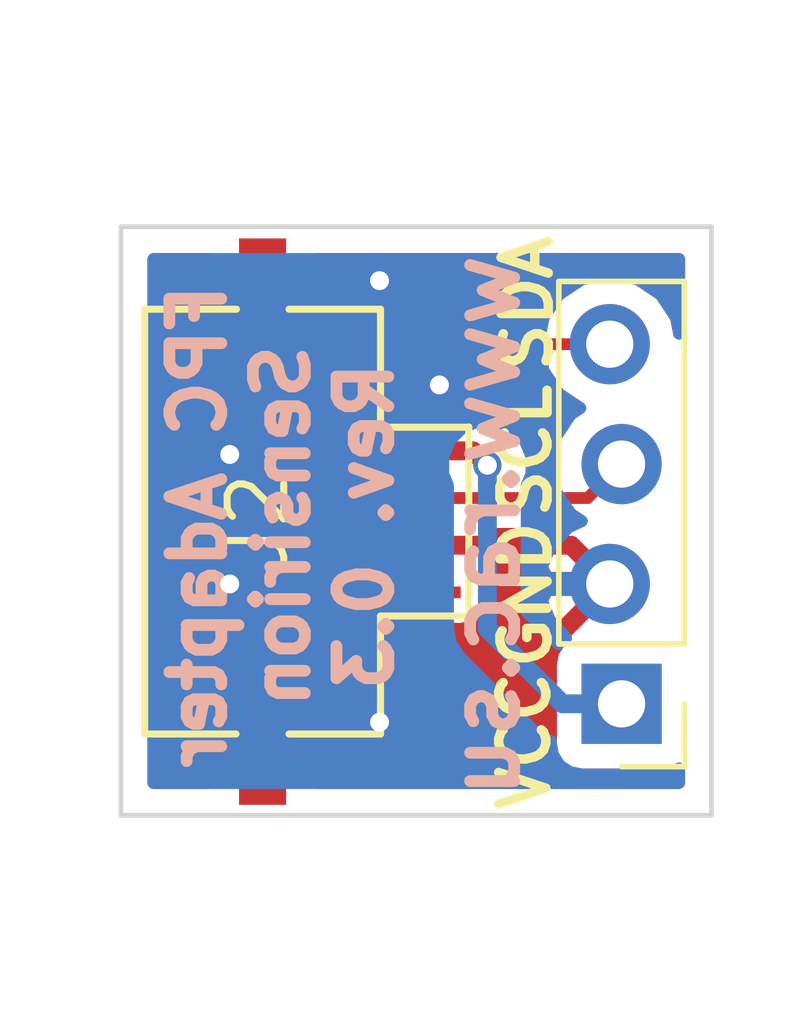
<source format=kicad_pcb>
(kicad_pcb (version 4) (host pcbnew 4.0.7-e2-6376~60~ubuntu17.10.1)

  (general
    (links 6)
    (no_connects 0)
    (area 142.443999 98.705184 155.066226 111.276664)
    (thickness 1.6)
    (drawings 10)
    (tracks 35)
    (zones 0)
    (modules 2)
    (nets 5)
  )

  (page A4)
  (title_block
    (title "FPC to DIP Breadboard adapter - China I2C")
    (date 2018-04-25)
    (rev 0.3)
    (company "GDG Zürich")
  )

  (layers
    (0 F.Cu signal)
    (31 B.Cu signal)
    (32 B.Adhes user)
    (33 F.Adhes user)
    (34 B.Paste user)
    (35 F.Paste user)
    (36 B.SilkS user)
    (37 F.SilkS user)
    (38 B.Mask user)
    (39 F.Mask user)
    (40 Dwgs.User user)
    (41 Cmts.User user)
    (42 Eco1.User user)
    (43 Eco2.User user)
    (44 Edge.Cuts user)
    (45 Margin user)
    (46 B.CrtYd user)
    (47 F.CrtYd user)
    (48 B.Fab user)
    (49 F.Fab user)
  )

  (setup
    (last_trace_width 0.25)
    (trace_clearance 0.2)
    (zone_clearance 0.508)
    (zone_45_only no)
    (trace_min 0.2)
    (segment_width 0.2)
    (edge_width 0.1)
    (via_size 0.6)
    (via_drill 0.4)
    (via_min_size 0.4)
    (via_min_drill 0.3)
    (uvia_size 0.3)
    (uvia_drill 0.1)
    (uvias_allowed no)
    (uvia_min_size 0.2)
    (uvia_min_drill 0.1)
    (pcb_text_width 0.3)
    (pcb_text_size 1.5 1.5)
    (mod_edge_width 0.15)
    (mod_text_size 1 1)
    (mod_text_width 0.15)
    (pad_size 3.5 1)
    (pad_drill 0)
    (pad_to_mask_clearance 0)
    (aux_axis_origin 0 0)
    (visible_elements FFFFFF7F)
    (pcbplotparams
      (layerselection 0x00030_80000001)
      (usegerberextensions false)
      (excludeedgelayer true)
      (linewidth 0.100000)
      (plotframeref false)
      (viasonmask false)
      (mode 1)
      (useauxorigin false)
      (hpglpennumber 1)
      (hpglpenspeed 20)
      (hpglpendiameter 15)
      (hpglpenoverlay 2)
      (psnegative false)
      (psa4output false)
      (plotreference true)
      (plotvalue true)
      (plotinvisibletext false)
      (padsonsilk false)
      (subtractmaskfromsilk false)
      (outputformat 1)
      (mirror false)
      (drillshape 1)
      (scaleselection 1)
      (outputdirectory production/))
  )

  (net 0 "")
  (net 1 /VCC)
  (net 2 /SCL)
  (net 3 /GND)
  (net 4 /SDA)

  (net_class Default "This is the default net class."
    (clearance 0.2)
    (trace_width 0.25)
    (via_dia 0.6)
    (via_drill 0.4)
    (uvia_dia 0.3)
    (uvia_drill 0.1)
    (add_net /SCL)
    (add_net /SDA)
  )

  (net_class /GND ""
    (clearance 0.2)
    (trace_width 0.4)
    (via_dia 0.6)
    (via_drill 0.4)
    (uvia_dia 0.3)
    (uvia_drill 0.1)
    (add_net /GND)
  )

  (net_class /VCC ""
    (clearance 0.2)
    (trace_width 0.4)
    (via_dia 0.6)
    (via_drill 0.4)
    (uvia_dia 0.3)
    (uvia_drill 0.1)
    (add_net /VCC)
  )

  (module Pin_Headers:Pin_Header_Straight_1x04_Pitch2.54mm (layer F.Cu) (tedit 5ADF720A) (tstamp 5AD13054)
    (at 153.1112 108.8644 180)
    (descr "Through hole straight pin header, 1x04, 2.54mm pitch, single row")
    (tags "Through hole pin header THT 1x04 2.54mm single row")
    (path /5AD10660)
    (fp_text reference J1 (at -0.0508 -2.7178 270) (layer F.SilkS) hide
      (effects (font (size 1 1) (thickness 0.15)))
    )
    (fp_text value "Breadboard holes" (at -3.0226 3.7846 270) (layer F.Fab)
      (effects (font (size 1 1) (thickness 0.15)))
    )
    (fp_line (start -0.635 -1.27) (end 1.27 -1.27) (layer F.Fab) (width 0.1))
    (fp_line (start 1.27 -1.27) (end 1.27 8.89) (layer F.Fab) (width 0.1))
    (fp_line (start 1.27 8.89) (end -1.27 8.89) (layer F.Fab) (width 0.1))
    (fp_line (start -1.27 8.89) (end -1.27 -0.635) (layer F.Fab) (width 0.1))
    (fp_line (start -1.27 -0.635) (end -0.635 -1.27) (layer F.Fab) (width 0.1))
    (fp_line (start -1.33 8.95) (end 1.33 8.95) (layer F.SilkS) (width 0.12))
    (fp_line (start -1.33 1.27) (end -1.33 8.95) (layer F.SilkS) (width 0.12))
    (fp_line (start 1.33 1.27) (end 1.33 8.95) (layer F.SilkS) (width 0.12))
    (fp_line (start -1.33 1.27) (end 1.33 1.27) (layer F.SilkS) (width 0.12))
    (fp_line (start -1.33 0) (end -1.33 -1.33) (layer F.SilkS) (width 0.12))
    (fp_line (start -1.33 -1.33) (end 0 -1.33) (layer F.SilkS) (width 0.12))
    (fp_line (start -1.8 -1.8) (end -1.8 9.4) (layer F.CrtYd) (width 0.05))
    (fp_line (start -1.8 9.4) (end 1.8 9.4) (layer F.CrtYd) (width 0.05))
    (fp_line (start 1.8 9.4) (end 1.8 -1.8) (layer F.CrtYd) (width 0.05))
    (fp_line (start 1.8 -1.8) (end -1.8 -1.8) (layer F.CrtYd) (width 0.05))
    (fp_text user %R (at 0 3.81 270) (layer F.Fab)
      (effects (font (size 1 1) (thickness 0.15)))
    )
    (pad 1 thru_hole rect (at 0 0 180) (size 1.7 1.7) (drill 1) (layers *.Cu *.Mask)
      (net 1 /VCC))
    (pad 2 thru_hole oval (at 0.25 2.54 180) (size 1.7 1.7) (drill 1) (layers *.Cu *.Mask)
      (net 3 /GND))
    (pad 3 thru_hole oval (at 0 5.08 180) (size 1.7 1.7) (drill 1) (layers *.Cu *.Mask)
      (net 2 /SCL))
    (pad 4 thru_hole oval (at 0.25 7.62 180) (size 1.7 1.7) (drill 1) (layers *.Cu *.Mask)
      (net 4 /SDA))
    (model ${KISYS3DMOD}/Pin_Headers.3dshapes/Pin_Header_Straight_1x04_Pitch2.54mm.wrl
      (at (xyz 0 0 0))
      (scale (xyz 1 1 1))
      (rotate (xyz 0 0 0))
    )
  )

  (module footprints:FPC_4_1mm (layer F.Cu) (tedit 5ADFA7AA) (tstamp 5AD1305E)
    (at 148.5011 105.0036 270)
    (path /5AD1047A)
    (fp_text reference J2 (at 0 3.0988 270) (layer F.SilkS)
      (effects (font (size 1.2 1.2) (thickness 0.15)))
    )
    (fp_text value "4 Pin FPC (1mm pitch)" (at -0.2036 7.6011 270) (layer F.Fab)
      (effects (font (size 1.2 1.2) (thickness 0.15)))
    )
    (fp_line (start 4.5 5.5) (end -4.5 5.5) (layer F.SilkS) (width 0.15))
    (fp_line (start -4.5 5.5) (end -4.5 3.555996) (layer F.SilkS) (width 0.15))
    (fp_line (start -4.5 0.5) (end -2 0.5) (layer F.SilkS) (width 0.15))
    (fp_line (start -2 0.5) (end -2 -1.371611) (layer F.SilkS) (width 0.15))
    (fp_line (start -2.0066 -1.3716) (end 1.9934 -1.3716) (layer F.SilkS) (width 0.15))
    (fp_line (start 2 -1.371694) (end 2 0.5) (layer F.SilkS) (width 0.15))
    (fp_line (start 2 0.5) (end 4.5 0.5) (layer F.SilkS) (width 0.15))
    (fp_line (start 4.5 0.5) (end 4.5 2.438404) (layer F.SilkS) (width 0.15))
    (fp_line (start 4.5 3.563084) (end 4.5 5.5) (layer F.SilkS) (width 0.15))
    (fp_line (start -4.5 2.438404) (end -4.5 0.5) (layer F.SilkS) (width 0.15))
    (pad 1 smd rect (at -1.5 -0.2 270) (size 0.25 2) (layers F.Cu F.Paste F.Mask)
      (net 1 /VCC))
    (pad 2 smd rect (at -0.5 -0.2 270) (size 0.25 2) (layers F.Cu F.Paste F.Mask)
      (net 2 /SCL))
    (pad 3 smd rect (at 0.5 -0.2 270) (size 0.25 2) (layers F.Cu F.Paste F.Mask)
      (net 3 /GND))
    (pad 4 smd rect (at 1.5 -0.2 270) (size 0.25 2) (layers F.Cu F.Paste F.Mask)
      (net 4 /SDA))
    (pad 0 smd rect (at -4.25 3 270) (size 3.5 1) (layers F.Cu F.Paste F.Mask)
      (net 3 /GND))
    (pad 0 smd rect (at 4.25 3 270) (size 3.5 1) (layers F.Cu F.Paste F.Mask)
      (net 3 /GND))
  )

  (gr_text VCC (at 151.0538 109.6518 90) (layer F.SilkS) (tstamp 5AE1224B)
    (effects (font (size 1 1) (thickness 0.2)))
  )
  (gr_text GND (at 151.0792 106.553 90) (layer F.SilkS) (tstamp 5AE12246)
    (effects (font (size 1 1) (thickness 0.2)))
  )
  (gr_text SCL (at 151.0792 103.505 90) (layer F.SilkS) (tstamp 5AE11EEB)
    (effects (font (size 1 1) (thickness 0.2)))
  )
  (gr_text SDA (at 151.1046 100.3808 90) (layer F.SilkS)
    (effects (font (size 1 1) (thickness 0.2)))
  )
  (gr_text www.rac.su (at 150.2 105.1 90) (layer B.SilkS)
    (effects (font (size 1.4 1.4) (thickness 0.25)) (justify mirror))
  )
  (gr_text "FPC Adapter\nSensirion\nRev. 0.3" (at 145.9 105.1 90) (layer B.SilkS)
    (effects (font (size 1.1 1.1) (thickness 0.25)) (justify mirror))
  )
  (gr_line (start 142.5 111.226639) (end 142.5 98.755185) (angle 90) (layer Edge.Cuts) (width 0.1))
  (gr_line (start 155.016225 111.2266) (end 142.494 111.2266) (angle 90) (layer Edge.Cuts) (width 0.1))
  (gr_line (start 155.0162 98.755195) (end 155.0162 111.226663) (angle 90) (layer Edge.Cuts) (width 0.1))
  (gr_line (start 142.494 98.7552) (end 155.016225 98.7552) (angle 90) (layer Edge.Cuts) (width 0.1))

  (segment (start 150.2664 103.8098) (end 150.2664 107.2696) (width 0.4) (layer B.Cu) (net 1))
  (segment (start 150.2664 107.2696) (end 151.8612 108.8644) (width 0.4) (layer B.Cu) (net 1))
  (segment (start 151.8612 108.8644) (end 153.1112 108.8644) (width 0.4) (layer B.Cu) (net 1))
  (segment (start 148.7011 103.5036) (end 149.9602 103.5036) (width 0.4) (layer F.Cu) (net 1))
  (segment (start 149.9602 103.5036) (end 150.2664 103.8098) (width 0.4) (layer F.Cu) (net 1))
  (via (at 150.2664 103.8098) (size 0.6) (drill 0.4) (layers F.Cu B.Cu) (net 1))
  (segment (start 148.7011 104.5036) (end 152.392 104.5036) (width 0.25) (layer F.Cu) (net 2))
  (segment (start 152.392 104.5036) (end 153.1112 103.7844) (width 0.25) (layer F.Cu) (net 2))
  (segment (start 149.932 109.2536) (end 147.9804 109.2536) (width 0.4) (layer F.Cu) (net 3))
  (segment (start 147.9804 109.2536) (end 145.5011 109.2536) (width 0.4) (layer F.Cu) (net 3))
  (segment (start 147.9804 99.8982) (end 147.9804 109.2536) (width 0.4) (layer B.Cu) (net 3))
  (via (at 147.9804 109.2536) (size 0.6) (drill 0.4) (layers F.Cu B.Cu) (net 3))
  (segment (start 145.5011 100.7536) (end 147.125 100.7536) (width 0.4) (layer F.Cu) (net 3))
  (segment (start 147.125 100.7536) (end 147.9804 99.8982) (width 0.4) (layer F.Cu) (net 3))
  (via (at 147.9804 99.8982) (size 0.6) (drill 0.4) (layers F.Cu B.Cu) (net 3))
  (segment (start 144.8054 103.5812) (end 147.7772 103.5812) (width 0.4) (layer B.Cu) (net 3))
  (segment (start 147.7772 103.5812) (end 149.2504 102.108) (width 0.4) (layer B.Cu) (net 3))
  (via (at 149.2504 102.108) (size 0.6) (drill 0.4) (layers F.Cu B.Cu) (net 3))
  (segment (start 144.8054 103.5812) (end 144.8054 101.4493) (width 0.4) (layer F.Cu) (net 3))
  (segment (start 144.8054 101.4493) (end 145.5011 100.7536) (width 0.4) (layer F.Cu) (net 3))
  (segment (start 144.8054 106.3244) (end 144.8054 103.5812) (width 0.4) (layer B.Cu) (net 3))
  (via (at 144.8054 103.5812) (size 0.6) (drill 0.4) (layers F.Cu B.Cu) (net 3))
  (segment (start 145.5011 109.2536) (end 145.5011 107.0201) (width 0.4) (layer F.Cu) (net 3))
  (segment (start 145.5011 107.0201) (end 144.8054 106.3244) (width 0.4) (layer F.Cu) (net 3))
  (via (at 144.8054 106.3244) (size 0.6) (drill 0.4) (layers F.Cu B.Cu) (net 3))
  (segment (start 152.8612 106.3244) (end 149.932 109.2536) (width 0.4) (layer F.Cu) (net 3))
  (segment (start 148.7011 105.5036) (end 152.0404 105.5036) (width 0.4) (layer F.Cu) (net 3))
  (segment (start 152.0404 105.5036) (end 152.8612 106.3244) (width 0.4) (layer F.Cu) (net 3))
  (segment (start 145.4658 100.7889) (end 145.5011 100.7536) (width 0.25) (layer F.Cu) (net 3))
  (segment (start 148.7011 106.5036) (end 147.343776 106.5036) (width 0.25) (layer F.Cu) (net 4))
  (segment (start 147.343776 106.5036) (end 146.754235 105.914059) (width 0.25) (layer F.Cu) (net 4))
  (segment (start 146.754235 105.914059) (end 146.754235 102.813629) (width 0.25) (layer F.Cu) (net 4))
  (segment (start 146.754235 102.813629) (end 148.323464 101.2444) (width 0.25) (layer F.Cu) (net 4))
  (segment (start 148.323464 101.2444) (end 151.659119 101.2444) (width 0.25) (layer F.Cu) (net 4))
  (segment (start 151.659119 101.2444) (end 152.8612 101.2444) (width 0.25) (layer F.Cu) (net 4))

  (zone (net 3) (net_name /GND) (layer F.Cu) (tstamp 0) (hatch edge 0.508)
    (connect_pads (clearance 0.508))
    (min_thickness 0.254)
    (fill yes (arc_segments 16) (thermal_gap 0.508) (thermal_bridge_width 0.508))
    (polygon
      (pts
        (xy 142.494 98.7552) (xy 155.017256 98.7552) (xy 155.0162 111.2266) (xy 142.494 111.2266)
      )
    )
    (filled_polygon
      (pts
        (xy 144.3661 100.46785) (xy 144.52485 100.6266) (xy 145.3741 100.6266) (xy 145.3741 100.6066) (xy 145.6281 100.6066)
        (xy 145.6281 100.6266) (xy 146.47735 100.6266) (xy 146.6361 100.46785) (xy 146.6361 99.4402) (xy 154.3312 99.4402)
        (xy 154.3312 101.02273) (xy 154.262254 100.676115) (xy 153.940347 100.194346) (xy 153.458578 99.872439) (xy 152.890293 99.7594)
        (xy 152.832107 99.7594) (xy 152.263822 99.872439) (xy 151.782053 100.194346) (xy 151.588246 100.4844) (xy 148.323464 100.4844)
        (xy 148.032625 100.542252) (xy 147.786063 100.706999) (xy 146.6361 101.856962) (xy 146.6361 101.03935) (xy 146.47735 100.8806)
        (xy 145.6281 100.8806) (xy 145.6281 102.97985) (xy 145.78685 103.1386) (xy 145.994235 103.1386) (xy 145.994235 105.914059)
        (xy 146.052087 106.204898) (xy 146.216834 106.45146) (xy 146.806375 107.041001) (xy 147.052937 107.205748) (xy 147.343776 107.2636)
        (xy 147.639669 107.2636) (xy 147.7011 107.27604) (xy 149.7011 107.27604) (xy 149.936417 107.231762) (xy 150.152541 107.09269)
        (xy 150.297531 106.88049) (xy 150.34854 106.6286) (xy 150.34854 106.3786) (xy 150.304262 106.143283) (xy 150.218195 106.009531)
        (xy 150.239427 105.988298) (xy 150.3361 105.754909) (xy 150.3361 105.72485) (xy 150.17735 105.5661) (xy 148.8281 105.5661)
        (xy 148.8281 105.6286) (xy 148.5741 105.6286) (xy 148.5741 105.5661) (xy 148.5541 105.5661) (xy 148.5541 105.4411)
        (xy 148.5741 105.4411) (xy 148.5741 105.3786) (xy 148.8281 105.3786) (xy 148.8281 105.4411) (xy 150.17735 105.4411)
        (xy 150.3361 105.28235) (xy 150.3361 105.2636) (xy 151.857374 105.2636) (xy 151.589555 105.557476) (xy 151.419724 105.96751)
        (xy 151.541045 106.1974) (xy 152.7342 106.1974) (xy 152.7342 106.1774) (xy 152.9882 106.1774) (xy 152.9882 106.1974)
        (xy 153.0082 106.1974) (xy 153.0082 106.4514) (xy 152.9882 106.4514) (xy 152.9882 106.4714) (xy 152.7342 106.4714)
        (xy 152.7342 106.4514) (xy 151.541045 106.4514) (xy 151.419724 106.68129) (xy 151.589555 107.091324) (xy 151.934622 107.469963)
        (xy 151.809759 107.55031) (xy 151.664769 107.76251) (xy 151.61376 108.0144) (xy 151.61376 109.7144) (xy 151.658038 109.949717)
        (xy 151.79711 110.165841) (xy 152.00931 110.310831) (xy 152.2612 110.36184) (xy 153.9612 110.36184) (xy 154.196517 110.317562)
        (xy 154.3312 110.230896) (xy 154.3312 110.5416) (xy 146.6361 110.5416) (xy 146.6361 109.53935) (xy 146.47735 109.3806)
        (xy 145.6281 109.3806) (xy 145.6281 109.4006) (xy 145.3741 109.4006) (xy 145.3741 109.3806) (xy 144.52485 109.3806)
        (xy 144.3661 109.53935) (xy 144.3661 110.5416) (xy 143.185 110.5416) (xy 143.185 107.377291) (xy 144.3661 107.377291)
        (xy 144.3661 108.96785) (xy 144.52485 109.1266) (xy 145.3741 109.1266) (xy 145.3741 107.02735) (xy 145.6281 107.02735)
        (xy 145.6281 109.1266) (xy 146.47735 109.1266) (xy 146.6361 108.96785) (xy 146.6361 107.377291) (xy 146.539427 107.143902)
        (xy 146.360799 106.965273) (xy 146.12741 106.8686) (xy 145.78685 106.8686) (xy 145.6281 107.02735) (xy 145.3741 107.02735)
        (xy 145.21535 106.8686) (xy 144.87479 106.8686) (xy 144.641401 106.965273) (xy 144.462773 107.143902) (xy 144.3661 107.377291)
        (xy 143.185 107.377291) (xy 143.185 101.03935) (xy 144.3661 101.03935) (xy 144.3661 102.629909) (xy 144.462773 102.863298)
        (xy 144.641401 103.041927) (xy 144.87479 103.1386) (xy 145.21535 103.1386) (xy 145.3741 102.97985) (xy 145.3741 100.8806)
        (xy 144.52485 100.8806) (xy 144.3661 101.03935) (xy 143.185 101.03935) (xy 143.185 99.4402) (xy 144.3661 99.4402)
      )
    )
    (filled_polygon
      (pts
        (xy 151.782053 102.294454) (xy 152.236226 102.597922) (xy 152.032053 102.734346) (xy 151.710146 103.216115) (xy 151.605223 103.7436)
        (xy 151.201458 103.7436) (xy 151.201562 103.624633) (xy 151.059517 103.280857) (xy 150.796727 103.017608) (xy 150.55449 102.917022)
        (xy 150.550634 102.913166) (xy 150.279741 102.732161) (xy 149.9602 102.6686) (xy 148.7011 102.6686) (xy 148.386591 102.73116)
        (xy 147.911506 102.73116) (xy 148.638266 102.0044) (xy 151.588246 102.0044)
      )
    )
  )
  (zone (net 3) (net_name /GND) (layer B.Cu) (tstamp 5AE1227A) (hatch edge 0.508)
    (connect_pads (clearance 0.508))
    (min_thickness 0.254)
    (fill yes (arc_segments 16) (thermal_gap 0.508) (thermal_bridge_width 0.508))
    (polygon
      (pts
        (xy 142.494 98.7552) (xy 155.017256 98.7552) (xy 155.0162 111.2266) (xy 142.494 111.2266)
      )
    )
    (filled_polygon
      (pts
        (xy 154.3312 101.02273) (xy 154.262254 100.676115) (xy 153.940347 100.194346) (xy 153.458578 99.872439) (xy 152.890293 99.7594)
        (xy 152.832107 99.7594) (xy 152.263822 99.872439) (xy 151.782053 100.194346) (xy 151.460146 100.676115) (xy 151.347107 101.2444)
        (xy 151.460146 101.812685) (xy 151.782053 102.294454) (xy 152.236226 102.597922) (xy 152.032053 102.734346) (xy 151.710146 103.216115)
        (xy 151.597107 103.7844) (xy 151.710146 104.352685) (xy 152.032053 104.834454) (xy 152.269566 104.993155) (xy 151.979842 105.129217)
        (xy 151.589555 105.557476) (xy 151.419724 105.96751) (xy 151.541045 106.1974) (xy 152.7342 106.1974) (xy 152.7342 106.1774)
        (xy 152.9882 106.1774) (xy 152.9882 106.1974) (xy 153.0082 106.1974) (xy 153.0082 106.4514) (xy 152.9882 106.4514)
        (xy 152.9882 106.4714) (xy 152.7342 106.4714) (xy 152.7342 106.4514) (xy 151.541045 106.4514) (xy 151.419724 106.68129)
        (xy 151.589555 107.091324) (xy 151.934622 107.469963) (xy 151.809759 107.55031) (xy 151.776563 107.598895) (xy 151.1014 106.923732)
        (xy 151.1014 104.237034) (xy 151.201238 103.996599) (xy 151.201562 103.624633) (xy 151.059517 103.280857) (xy 150.796727 103.017608)
        (xy 150.453199 102.874962) (xy 150.081233 102.874638) (xy 149.737457 103.016683) (xy 149.474208 103.279473) (xy 149.331562 103.623001)
        (xy 149.331238 103.994967) (xy 149.4314 104.237378) (xy 149.4314 107.2696) (xy 149.494961 107.589141) (xy 149.621876 107.779083)
        (xy 149.675966 107.860034) (xy 151.270766 109.454834) (xy 151.54166 109.63584) (xy 151.61376 109.650181) (xy 151.61376 109.7144)
        (xy 151.658038 109.949717) (xy 151.79711 110.165841) (xy 152.00931 110.310831) (xy 152.2612 110.36184) (xy 153.9612 110.36184)
        (xy 154.196517 110.317562) (xy 154.3312 110.230896) (xy 154.3312 110.5416) (xy 143.185 110.5416) (xy 143.185 99.4402)
        (xy 154.3312 99.4402)
      )
    )
  )
)

</source>
